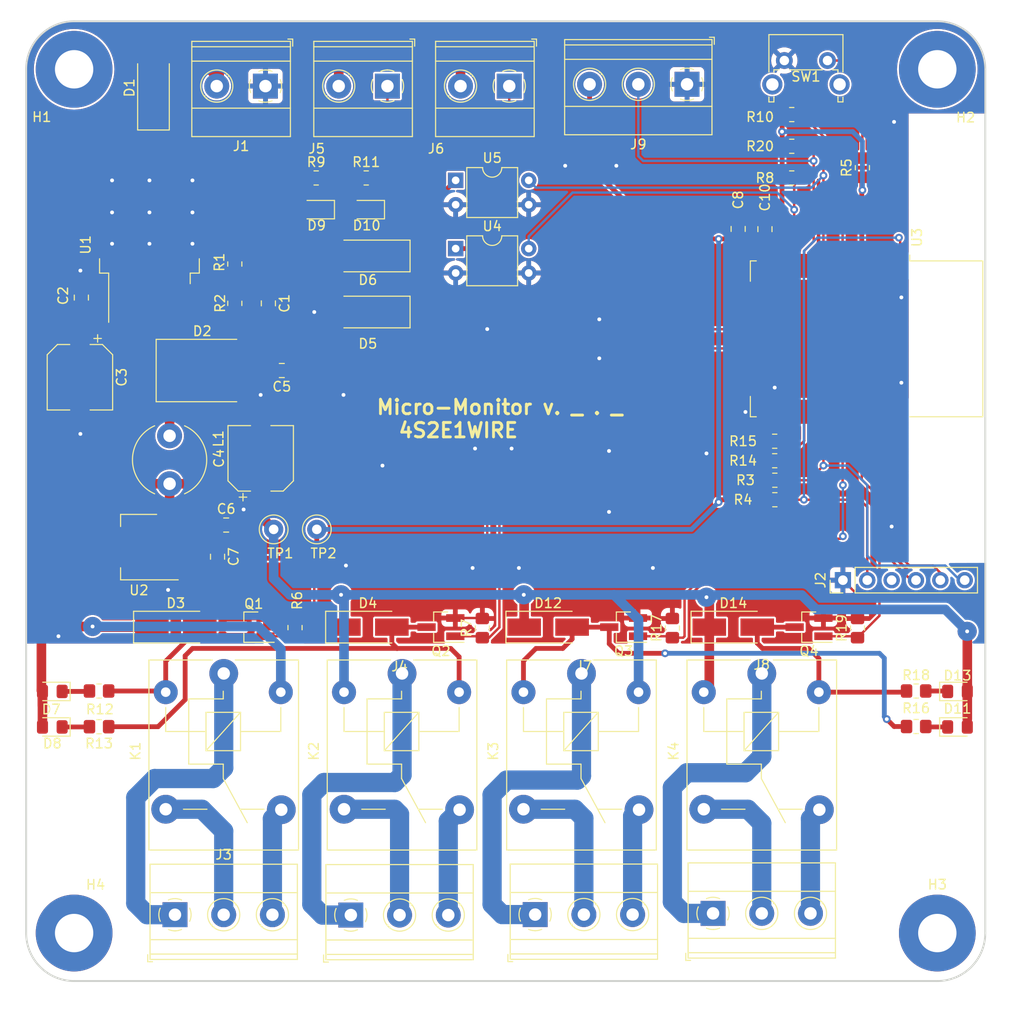
<source format=kicad_pcb>
(kicad_pcb (version 20221018) (generator pcbnew)
  (layers (0 "F.Cu" signal) (31 "B.Cu" signal) (34 "B.Paste" user) (35 "F.Paste" user) (36 "B.SilkS" user "B.Silkscreen") (37 "F.SilkS" user "F.Silkscreen") (38 "B.Mask" user) (39 "F.Mask" user) (44 "Edge.Cuts" user))
  (net 0 "")
  (net 1 "Net-(U1-FB)")
  (net 2 "+5V")
  (net 3 "+VSW")
  (net 4 "GND")
  (net 5 "+3V3")
  (net 6 "/fuente/VIN")
  (net 7 "Net-(D2-K)")
  (net 8 "Net-(D3-A)")
  (net 9 "Net-(D4-A)")
  (net 10 "Net-(D5-K)")
  (net 11 "Net-(D10-A)")
  (net 12 "Net-(D7-K)")
  (net 13 "Net-(D8-K)")
  (net 14 "Net-(D9-K)")
  (net 15 "Net-(D10-K)")
  (net 16 "Net-(D11-K)")
  (net 17 "Net-(D12-A)")
  (net 18 "Net-(D13-K)")
  (net 19 "Net-(D14-A)")
  (net 24 "Net-(J2-Pin_6)")
  (net 25 "Net-(J2-Pin_5)")
  (net 26 "Net-(J2-Pin_4)")
  (net 28 "Net-(J2-Pin_2)")
  (net 29 "Net-(J3-Pin_1)")
  (net 30 "Net-(J3-Pin_2)")
  (net 31 "Net-(J3-Pin_3)")
  (net 32 "Net-(J4-Pin_1)")
  (net 33 "Net-(J4-Pin_2)")
  (net 34 "Net-(J4-Pin_3)")
  (net 35 "Net-(J5-Pin_1)")
  (net 36 "Net-(J6-Pin_1)")
  (net 37 "Net-(J7-Pin_1)")
  (net 38 "Net-(J7-Pin_2)")
  (net 39 "Net-(J7-Pin_3)")
  (net 40 "Net-(J8-Pin_1)")
  (net 41 "Net-(J8-Pin_2)")
  (net 42 "Net-(J8-Pin_3)")
  (net 43 "/core/GPIO9")
  (net 44 "/core/GPIO5")
  (net 45 "/core/GPIO4")
  (net 46 "Net-(U3-GPIO16)")
  (net 47 "Net-(U3-GPIO2)")
  (net 48 "Net-(U3-GPIO15)")
  (net 49 "/core/GPIO14")
  (net 50 "/core/GPIO13")
  (net 53 "/core/GPIO12")
  (net 56 "/core/GPIO10")
  (footprint "Diode_SMD:D_SMA_Handsoldering" (layer "F.Cu") (at 74.422 83.125)
    (fp_text reference "D12")
    (fp_text value "SM4007")
  )
  (footprint "Relay_THT:Relay_SPDT_SANYOU_SRD_Series_Form_C" (layer "F.Cu") (at 96.7 87.95 -90)
    (fp_text reference "K4")
    (fp_text value "SANYOU_SRD_Form_C")
  )
  (footprint "Package_TO_SOT_SMD:SOT-23_Handsoldering" (layer "F.Cu") (at 101.624 83.125 180)
    (fp_text reference "Q4")
    (fp_text value "2N7002K")
  )
  (footprint "Resistor_SMD:R_0805_2012Metric_Pad1.20x1.40mm_HandSolder" (layer "F.Cu") (at 99.822 36.322)
    (fp_text reference "R8")
    (fp_text value "10K")
  )
  (footprint "Capacitor_SMD:C_0805_2012Metric_Pad1.18x1.45mm_HandSolder" (layer "F.Cu") (at 45.254 49.388 -90)
    (fp_text reference "C1")
    (fp_text value "4,7nF")
  )
  (footprint "Resistor_SMD:R_0805_2012Metric_Pad1.20x1.40mm_HandSolder" (layer "F.Cu") (at 27.6 93.5 180)
    (fp_text reference "R13")
    (fp_text value "1K")
  )
  (footprint "Capacitor_SMD:C_0805_2012Metric_Pad1.18x1.45mm_HandSolder" (layer "F.Cu") (at 39.954 75.788 -90)
    (fp_text reference "C7")
    (fp_text value "4,7uF")
  )
  (footprint "Resistor_SMD:R_0805_2012Metric_Pad1.20x1.40mm_HandSolder" (layer "F.Cu") (at 98.044 63.754 180)
    (fp_text reference "R15")
    (fp_text value "10K")
  )
  (footprint "Resistor_SMD:R_0805_2012Metric_Pad1.20x1.40mm_HandSolder" (layer "F.Cu") (at 98.06 69.85 180)
    (fp_text reference "R4")
    (fp_text value "10K")
  )
  (footprint "Resistor_SMD:R_0805_2012Metric_Pad1.20x1.40mm_HandSolder" (layer "F.Cu") (at 112.792 89.78)
    (fp_text reference "R18")
    (fp_text value "1K")
  )
  (footprint "Relay_THT:Relay_SPDT_SANYOU_SRD_Series_Form_C" (layer "F.Cu") (at 59.191 87.95 -90)
    (fp_text reference "K2")
    (fp_text value "SANYOU_SRD_Form_C")
  )
  (footprint "Capacitor_SMD:C_0805_2012Metric_Pad1.18x1.45mm_HandSolder" (layer "F.Cu") (at 25.754 48.788 90)
    (fp_text reference "C2")
    (fp_text value "100nF 50V")
  )
  (footprint "Relay_THT:Relay_SPDT_SANYOU_SRD_Series_Form_C" (layer "F.Cu") (at 40.6 87.95 -90)
    (fp_text reference "K1")
    (fp_text value "SANYOU_SRD_Form_C")
  )
  (footprint "Diode_SMD:D_SMC" (layer "F.Cu") (at 38.354 56.388)
    (fp_text reference "D2")
    (fp_text value "B340")
  )
  (footprint "Resistor_SMD:R_0805_2012Metric_Pad1.20x1.40mm_HandSolder" (layer "F.Cu") (at 107.188 35.2545 90)
    (fp_text reference "R5")
    (fp_text value "10K")
  )
  (footprint "Resistor_SMD:R_0805_2012Metric_Pad1.20x1.40mm_HandSolder" (layer "F.Cu") (at 48.033 83.175 90)
    (fp_text reference "R6")
    (fp_text value "10K")
  )
  (footprint "Relay_THT:Relay_SPDT_SANYOU_SRD_Series_Form_C" (layer "F.Cu") (at 77.9 87.95 -90)
    (fp_text reference "K3")
    (fp_text value "SANYOU_SRD_Form_C")
  )
  (footprint "Package_TO_SOT_SMD:SOT-23_Handsoldering" (layer "F.Cu") (at 63.246 83.125 180)
    (fp_text reference "Q2")
    (fp_text value "2N7002K")
  )
  (footprint "TerminalBlock_Phoenix:TerminalBlock_Phoenix_MKDS-1,5-3-5.08_1x03_P5.08mm_Horizontal" (layer "F.Cu") (at 53.852 113.125)
    (fp_text reference "J4")
    (fp_text value "BORNERA-3")
  )
  (footprint "MountingHole:MountingHole_4mm_Pad" (layer "F.Cu") (at 115 115)
    (fp_text reference "H3")
    (fp_text value "4mm")
  )
  (footprint "Capacitor_SMD:C_0805_2012Metric_Pad1.18x1.45mm_HandSolder" (layer "F.Cu") (at 94.234 41.6345 90)
    (fp_text reference "C8")
    (fp_text value "100nF 50V")
  )
  (footprint "Resistor_SMD:R_0805_2012Metric_Pad1.20x1.40mm_HandSolder" (layer "F.Cu") (at 99.822 29.718)
    (fp_text reference "R10")
    (fp_text value "10K")
  )
  (footprint "LED_SMD:LED_0805_2012Metric_Pad1.15x1.40mm_HandSolder" (layer "F.Cu") (at 50.283 39.624 180)
    (fp_text reference "D9")
    (fp_text value "LED")
  )
  (footprint "Capacitor_SMD:CP_Elec_6.3x7.7" (layer "F.Cu") (at 44.454 65.538 90)
    (fp_text reference "C4")
    (fp_text value "220uF 16V")
  )
  (footprint "Resistor_SMD:R_0805_2012Metric_Pad1.20x1.40mm_HandSolder" (layer "F.Cu") (at 41.754 45.288 -90)
    (fp_text reference "R1")
    (fp_text value "1K")
  )
  (footprint "Resistor_SMD:R_0805_2012Metric_Pad1.20x1.40mm_HandSolder" (layer "F.Cu") (at 98.044 65.786)
    (fp_text reference "R14")
    (fp_text value "10K")
  )
  (footprint "Diode_SMD:D_SMA_Handsoldering" (layer "F.Cu") (at 35.6 83.125)
    (fp_text reference "D3")
    (fp_text value "SM4007")
  )
  (footprint "Diode_SMD:D_SMA_Handsoldering" (layer "F.Cu") (at 33.274 26.924 90)
    (fp_text reference "D1")
    (fp_text value "SM4007")
  )
  (footprint "TerminalBlock_Phoenix:TerminalBlock_Phoenix_MKDS-1,5-2-5.08_1x02_P5.08mm_Horizontal" (layer "F.Cu") (at 57.668 26.75 180)
    (fp_text reference "J5")
    (fp_text value "BORNERA-2")
  )
  (footprint "Resistor_SMD:R_0805_2012Metric_Pad1.20x1.40mm_HandSolder" (layer "F.Cu") (at 27.6 89.78 180)
    (fp_text reference "R12")
    (fp_text value "1K")
  )
  (footprint "MountingHole:MountingHole_4mm_Pad" (layer "F.Cu") (at 115 25)
    (fp_text reference "H2")
    (fp_text value "4mm")
  )
  (footprint "Package_TO_SOT_SMD:SOT-23_Handsoldering" (layer "F.Cu") (at 82.296 83.125 180)
    (fp_text reference "Q3")
    (fp_text value "2N7002K")
  )
  (footprint "TerminalBlock_Phoenix:TerminalBlock_Phoenix_MKDS-1,5-3-5.08_1x03_P5.08mm_Horizontal" (layer "F.Cu") (at 88.905 26.563 180)
    (fp_text reference "J9")
    (fp_text value "Screw_Terminal_01x03")
  )
  (footprint "LED_SMD:LED_0805_2012Metric_Pad1.15x1.40mm_HandSolder" (layer "F.Cu") (at 55.501 39.624 180)
    (fp_text reference "D10")
    (fp_text value "LED")
  )
  (footprint "Diode_SMD:D_SMA_Handsoldering" (layer "F.Cu") (at 55.626 83.125)
    (fp_text reference "D4")
    (fp_text value "SM4007")
  )
  (footprint "Resistor_SMD:R_0805_2012Metric_Pad1.20x1.40mm_HandSolder" (layer "F.Cu") (at 41.754 49.388 -90)
    (fp_text reference "R2")
    (fp_text value "3,1K")
  )
  (footprint "Capacitor_SMD:CP_Elec_6.3x7.7" (layer "F.Cu") (at 25.604 57.088 -90)
    (fp_text reference "C3")
    (fp_text value "100uF 35V")
  )
  (footprint "MountingHole:MountingHole_4mm_Pad" (layer "F.Cu") (at 25 25)
    (fp_text reference "H1")
    (fp_text value "4mm")
  )
  (footprint "Package_DIP:DIP-4_W7.62mm" (layer "F.Cu") (at 64.78 43.683)
    (fp_text reference "U4")
    (fp_text value "TLP621")
  )
  (footprint "TerminalBlock_Phoenix:TerminalBlock_Phoenix_MKDS-1,5-3-5.08_1x03_P5.08mm_Horizontal" (layer "F.Cu") (at 73.069 113.075)
    (fp_text reference "J7")
    (fp_text value "BORNERA-3")
  )
  (footprint "Capacitor_SMD:C_0805_2012Metric_Pad1.18x1.45mm_HandSolder" (layer "F.Cu") (at 40.854 72.488)
    (fp_text reference "C6")
    (fp_text value "4,7uF")
  )
  (footprint "TestPoint:TestPoint_Loop_D2.50mm_Drill1.0mm" (layer "F.Cu") (at 45.804 72.938)
    (fp_text reference "TP1")
    (fp_text value "TP5V")
  )
  (footprint "Resistor_SMD:R_0805_2012Metric_Pad1.20x1.40mm_HandSolder" (layer "F.Cu") (at 67.564 83.225 90)
    (fp_text reference "R7")
    (fp_text value "10K")
  )
  (footprint "Diode_SMD:D_SMA_Handsoldering" (layer "F.Cu") (at 93.726 83.125)
    (fp_text reference "D14")
    (fp_text value "SM4007")
  )
  (footprint "Package_TO_SOT_SMD:SOT-223-3_TabPin2" (layer "F.Cu") (at 31.754 74.788 180)
    (fp_text reference "U2")
    (fp_text value "LM1117-3.3")
  )
  (footprint "RF_Module:ESP-12E" (layer "F.Cu") (at 107.625 53.086 -90)
    (fp_text reference "U3")
    (fp_text value "ESP-12F")
  )
  (footprint "Resistor_SMD:R_0805_2012Metric_Pad1.20x1.40mm_HandSolder" (layer "F.Cu") (at 50.238 36.322)
    (fp_text reference "R9")
    (fp_text value "10K")
  )
  (footprint "Connector_PinHeader_2.54mm:PinHeader_1x06_P2.54mm_Vertical" (layer "F.Cu") (at 105.156 78.232 90)
    (fp_text reference "J2")
    (fp_text value "PINM-6")
  )
  (footprint "Package_TO_SOT_SMD:SOT-23_Handsoldering" (layer "F.Cu") (at 43.458 83.125 180)
    (fp_text reference "Q1")
    (fp_text value "2N7002K")
  )
  (footprint "Resistor_SMD:R_0805_2012Metric_Pad1.20x1.40mm_HandSolder" (layer "F.Cu") (at 112.792 93.48)
    (fp_text reference "R16")
    (fp_text value "1K")
  )
  (footprint "Resistor_SMD:R_0805_2012Metric_Pad1.20x1.40mm_HandSolder" (layer "F.Cu") (at 106.68 83.225 90)
    (fp_text reference "R19")
    (fp_text value "10K")
  )
  (footprint "TestPoint:TestPoint_Loop_D2.50mm_Drill1.0mm" (layer "F.Cu") (at 50.304 72.938)
    (fp_text reference "TP2")
    (fp_text value "TP3V3")
  )
  (footprint "Resistor_SMD:R_0805_2012Metric_Pad1.20x1.40mm_HandSolder" (layer "F.Cu") (at 55.456 36.322)
    (fp_text reference "R11")
    (fp_text value "10K")
  )
  (footprint "LED_SMD:LED_0805_2012Metric_Pad1.15x1.40mm_HandSolder" (layer "F.Cu") (at 22.725 89.825 180)
    (fp_text reference "D7")
    (fp_text value "LED")
  )
  (footprint "LED_SMD:LED_0805_2012Metric_Pad1.15x1.40mm_HandSolder" (layer "F.Cu") (at 22.725 93.525 180)
    (fp_text reference "D8")
    (fp_text value "LED")
  )
  (footprint "Diode_SMD:D_SMA_Handsoldering" (layer "F.Cu") (at 55.626 50.292 180)
    (fp_text reference "D5")
    (fp_text value "SM4007")
  )
  (footprint "Package_TO_SOT_SMD:TO-263-5_TabPin3" (layer "F.Cu") (at 32.854 43.288 90)
    (fp_text reference "U1")
    (fp_text value "LM2596S-ADJ")
  )
  (footprint "TerminalBlock_Phoenix:TerminalBlock_Phoenix_MKDS-1,5-2-5.08_1x02_P5.08mm_Horizontal" (layer "F.Cu") (at 44.95 26.75 180)
    (fp_text reference "J1")
    (fp_text value "BORNERA-2")
  )
  (footprint "MountingHole:MountingHole_4mm_Pad" (layer "F.Cu") (at 25 115)
    (fp_text reference "H4")
    (fp_text value "4mm")
  )
  (footprint "TerminalBlock_Phoenix:TerminalBlock_Phoenix_MKDS-1,5-3-5.08_1x03_P5.08mm_Horizontal" (layer "F.Cu") (at 35.515 113.091)
    (fp_text reference "J3")
    (fp_text value "BORNERA-3")
  )
  (footprint "Package_DIP:DIP-4_W7.62mm" (layer "F.Cu") (at 64.78 36.571)
    (fp_text reference "U5")
    (fp_text value "TLP621")
  )
  (footprint "Resistor_SMD:R_0805_2012Metric_Pad1.20x1.40mm_HandSolder" (layer "F.Cu") (at 87.376 83.225 90)
    (fp_text reference "R17")
    (fp_text value "10K")
  )
  (footprint "TerminalBlock_Phoenix:TerminalBlock_Phoenix_MKDS-1,5-2-5.08_1x02_P5.08mm_Horizontal" (layer "F.Cu") (at 70.368 26.75 180)
    (fp_text reference "J6")
    (fp_text value "BORNERA-2")
  )
  (footprint "Resistor_SMD:R_0805_2012Metric_Pad1.20x1.40mm_HandSolder" (layer "F.Cu") (at 98.06 67.818 180)
    (fp_text reference "R3")
    (fp_text value "10K")
  )
  (footprint "Diode_SMD:D_SMA_Handsoldering" (layer "F.Cu") (at 55.626 44.45 180)
    (fp_text reference "D6")
    (fp_text value "SM4007")
  )
  (footprint "Capacitor_SMD:C_0805_2012Metric_Pad1.18x1.45mm_HandSolder" (layer "F.Cu") (at 97.028 41.656 90)
    (fp_text reference "C10")
    (fp_text value "4,7uF")
  )
  (footprint "Resistor_SMD:R_0805_2012Metric_Pad1.20x1.40mm_HandSolder" (layer "F.Cu") (at 99.822 33.02)
    (fp_text reference "R20")
    (fp_text value "10K")
  )
  (footprint "TerminalBlock_Phoenix:TerminalBlock_Phoenix_MKDS-1,5-3-5.08_1x03_P5.08mm_Horizontal" (layer "F.Cu") (at 91.615 112.95)
    (fp_text reference "J8")
    (fp_text value "BORNERA-3")
  )
  (footprint "LED_SMD:LED_0805_2012Metric_Pad1.15x1.40mm_HandSolder" (layer "F.Cu") (at 117.103 93.525)
    (fp_text reference "D11")
    (fp_text value "LED")
  )
  (footprint "LED_SMD:LED_0805_2012Metric_Pad1.15x1.40mm_HandSolder" (layer "F.Cu") (at 117.103 89.825)
    (fp_text reference "D13")
    (fp_text value "LED")
  )
  (footprint "Capacitor_SMD:C_0805_2012Metric_Pad1.18x1.45mm_HandSolder" (layer "F.Cu") (at 46.654 56.388 180)
    (fp_text reference "C5")
    (fp_text value "100nF 50V")
  )
  (footprint "Inductor_THT:L_Radial_D7.5mm_P5.00mm_Fastron_07P" (layer "F.Cu") (at 34.954 63.188 -90)
    (fp_text reference "L1")
    (fp_text value "47uH")
  )
  (footprint "Button_Switch_THT:SW_Tactile_SPST_Angled_PTS645Vx39-2LFS" (layer "F.Cu") (at 99.05 24.0875)
    (fp_text reference "SW1")
    (fp_text value "TACT-SWITCH 7 mm")
  )
  (gr_line (start 20 25) (end 20 115) (stroke (width 0.2)) (layer "Edge.Cuts"))
  (gr_line (start 25 120) (end 115 120) (stroke (width 0.2)) (layer "Edge.Cuts"))
  (gr_arc (start 25 120) (mid 21.464467 118.535534) (end 20 115) (stroke (width 0.2)) (layer "Edge.Cuts"))
  (gr_line (start 25 20) (end 115 20) (stroke (width 0.2)) (layer "Edge.Cuts"))
  (gr_arc (start 20 25) (mid 21.464466 21.464467) (end 25 20) (stroke (width 0.2)) (layer "Edge.Cuts"))
  (gr_arc (start 120 115) (mid 118.535534 118.535533) (end 115 120) (stroke (width 0.2)) (layer "Edge.Cuts"))
  (gr_line (start 120 25) (end 120 115) (stroke (width 0.2)) (layer "Edge.Cuts"))
  (gr_arc (start 115 20) (mid 118.535533 21.464466) (end 120 25) (stroke (width 0.2)) (layer "Edge.Cuts"))
  (gr_text "Micro-Monitor v. _ . _\n  4S2E1WIRE" (at 56.388 63.5) (layer "F.SilkS") (effects (font (size 1.5 1.5) (thickness 0.3) bold) (justify left bottom)))
  (segment (start 41.7915 48.3505) (end 41.754 48.388) (width 1) (layer "F.Cu") (net 1))
  (segment (start 34.554 49.063) (end 34.554 46.088) (width 0.5) (layer "F.Cu") (net 1))
  (segment (start 45.254 48.3505) (end 41.7915 48.3505) (width 1) (layer "F.Cu") (net 1))
  (segment (start 34.554 46.088) (end 34.668 45.974) (width 0.5) (layer "F.Cu") (net 1))
  (segment (start 45.2165 48.388) (end 45.254 48.3505) (width 0.25) (layer "F.Cu") (net 1))
  (segment (start 41.44 45.974) (end 41.754 46.288) (width 0.5) (layer "F.Cu") (net 1))
  (segment (start 34.668 45.974) (end 41.44 45.974) (width 0.5) (layer "F.Cu") (net 1))
  (segment (start 41.754 46.288) (end 41.754 48.388) (width 1) (layer "F.Cu") (net 1))
  (segment (start 34.954 68.188) (end 23.252 68.188) (width 1) (layer "F.Cu") (net 2))
  (segment (start 46.6155 50.4255) (end 45.254 50.4255) (width 1) (layer "F.Cu") (net 2))
  (segment (start 34.904 72.488) (end 39.8165 72.488) (width 1) (layer "F.Cu") (net 2))
  (segment (start 47.6915 66.8625) (end 47.6915 56.388) (width 1) (layer "F.Cu") (net 2))
  (segment (start 34.954 68.188) (end 44.404 68.188) (width 1) (layer "F.Cu") (net 2))
  (segment (start 91.226 80.113) (end 91.123 80.01) (width 1) (layer "F.Cu") (net 2))
  (segment (start 91.226 83.125) (end 91.226 89.324) (width 1) (layer "F.Cu") (net 2))
  (segment (start 44.404 68.188) (end 44.454 68.238) (width 1) (layer "F.Cu") (net 2))
  (segment (start 53.141 83.14) (end 53.126 83.125) (width 1) (layer "F.Cu") (net 2))
  (segment (start 41.7915 50.4255) (end 41.754 50.388) (width 1) (layer "F.Cu") (net 2))
  (segment (start 21.59 89.715) (end 21.7 89.825) (width 1) (layer "F.Cu") (net 2))
  (segment (start 44.454 71.588) (end 44.454 68.238) (width 1) (layer "F.Cu") (net 2))
  (segment (start 26.991 83.125) (end 26.924 83.058) (width 1) (layer "F.Cu") (net 2))
  (segment (start 71.922 83.125) (end 71.922 79.796) (width 1) (layer "F.Cu") (net 2))
  (segment (start 45.804 72.938) (end 44.454 71.588) (width 1) (layer "F.Cu") (net 2))
  (segment (start 33.1 83.125) (end 26.991 83.125) (width 1) (layer "F.Cu") (net 2))
  (segment (start 24.892 83.058) (end 26.924 83.058) (width 1) (layer "F.Cu") (net 2))
  (segment (start 53.126 80.05) (end 52.832 79.756) (width 1) (layer "F.Cu") (net 2))
  (segment (start 53.126 83.125) (end 53.126 80.05) (width 1) (layer "F.Cu") (net 2))
  (segment (start 34.954 68.188) (end 34.954 72.438) (width 1) (layer "F.Cu") (net 2))
  (segment (start 118.128 89.154) (end 118.128 92.71) (width 1) (layer "F.Cu") (net 2))
  (segment (start 118.11 83.82) (end 118.11 83.566) (width 0.25) (layer "F.Cu") (net 2))
  (segment (start 34.954 72.438) (end 34.904 72.488) (width 1) (layer "F.Cu") (net 2))
  (segment (start 21.59 79.756) (end 24.892 83.058) (width 1) (layer "F.Cu") (net 2))
  (segment (start 21.7 89.825) (end 21.7 93.525) (width 1) (layer "F.Cu") (net 2))
  (segment (start 90.932 80.01) (end 90.932 79.819) (width 1) (layer "F.Cu") (net 2))
  (segment (start 47.6915 51.5015) (end 46.6155 50.4255) (width 1) (layer "F.Cu") (net 2))
  (segment (start 90.932 79.819) (end 90.932 79.819) (width 1) (layer "F.Cu") (net 2))
  (segment (start 21.7 89.825) (end 21.7 91.275) (width 1) (layer "F.Cu") (net 2))
  (segment (start 91.226 89.324) (end 90.65 89.9) (width 1) (layer "F.Cu") (net 2))
  (segment (start 91.123 80.01) (end 90.932 80.01) (width 1) (layer "F.Cu") (net 2))
  (segment (start 91.226 83.125) (end 91.226 80.113) (width 1) (layer "F.Cu") (net 2))
  (segment (start 47.6915 56.388) (end 47.6915 51.5015) (width 1) (layer "F.Cu") (net 2))
  (segment (start 45.254 50.4255) (end 41.7915 50.4255) (width 1) (layer "F.Cu") (net 2))
  (segment (start 118.128 89.154) (end 118.128 83.838) (width 1) (layer "F.Cu") (net 2))
  (segment (start 44.454 68.238) (end 46.316 68.238) (width 1) (layer "F.Cu") (net 2))
  (segment (start 118.128 83.838) (end 118.11 83.82) (width 0.25) (layer "F.Cu") (net 2))
  (segment (start 21.59 69.85) (end 21.59 89.715) (width 1) (layer "F.Cu") (net 2))
  (segment (start 46.316 68.238) (end 47.6915 66.8625) (width 1) (layer "F.Cu") (net 2))
  (segment (start 71.882 79.756) (end 71.922 79.796) (width 1) (layer "F.Cu") (net 2))
  (segment (start 23.252 68.188) (end 21.59 69.85) (width 1) (layer "F.Cu") (net 2))
  (via (at 118.11 83.566) (size 2) (drill 0.4) (layers "F.Cu" "B.Cu") (net 2))
  (via (at 90.932 80.01) (size 2) (drill 0.4) (layers "F.Cu" "B.Cu") (net 2))
  (via (at 52.832 79.756) (size 2) (drill 0.4) (layers "F.Cu" "B.Cu") (net 2))
  (via (at 26.924 83.058) (size 2) (drill 0.4) (layers "F.Cu" "B.Cu") (net 2))
  (via (at 71.882 79.756) (size 2) (drill 0.4) (layers "F.Cu" "B.Cu") (net 2))
  (segment (start 83.85 89.9) (end 83.85 82.326) (width 1) (layer "B.Cu") (net 2))
  (segment (start 52.832 79.756) (end 53.141 80.065) (width 1) (layer "B.Cu") (net 2))
  (segment (start 45.804 78.062) (end 47.498 79.756) (width 1) (layer "B.Cu") (net 2))
  (segment (start 47.498 79.756) (end 71.882 79.756) (width 1) (layer "B.Cu") (net 2))
  (segment (start 91.16 79.782) (end 100.864 79.782) (width 1) (layer "B.Cu") (net 2))
  (segment (start 46.55 89.9) (end 46.55 85.412) (width 1) (layer "B.Cu") (net 2))
  (segment (start 100.864 79.782) (end 102.362 81.28) (width 1) (layer "B.Cu") (net 2))
  (segment (start 53.141 80.065) (end 53.141 89.9) (width 1) (layer "B.Cu") (net 2))
  (segment (start 45.804 72.938) (end 45.804 78.062) (width 1) (layer "B.Cu") (net 2))
  (segment (start 82.042 80.518) (end 81.28 79.756) (width 1) (layer "B.Cu") (net 2))
  (segment (start 81.28 79.756) (end 75.184 79.756) (width 1) (layer "B.Cu") (net 2))
  (segment (start 102.362 81.28) (end 115.824 81.28) (width 1) (layer "B.Cu") (net 2))
  (segment (start 81.28 79.756) (end 90.932 79.756) (width 1) (layer "B.Cu") (net 2))
  (segment (start 44.196 83.058) (end 26.924 83.058) (width 1) (layer "B.Cu") (net 2))
  (segment (start 115.824 81.28) (end 118.11 83.566) (width 1) (layer "B.Cu") (net 2))
  (segment (start 83.85 82.326) (end 82.042 80.518) (width 1) (layer "B.Cu") (net 2))
  (segment (start 90.932 80.01) (end 91.16 79.782) (width 1) (layer "B.Cu") (net 2))
  (segment (start 75.184 79.756) (end 72.136 79.756) (width 1) (layer "B.Cu") (net 2))
  (segment (start 46.55 85.412) (end 44.196 83.058) (width 1) (layer "B.Cu") (net 2))
  (segment (start 22.352 48.514) (end 23.6635 49.8255) (width 1) (layer "F.Cu") (net 3))
  (segment (start 33.274 31.75) (end 32.512 32.512) (width 1) (layer "F.Cu") (net 3))
  (segment (start 30.734 26.884) (end 30.734 22.914) (width 1) (layer "F.Cu") (net 3))
  (segment (start 32.512 32.512) (end 24.638 32.512) (width 1) (layer "F.Cu") (net 3))
  (segment (start 22.352 34.798) (end 22.352 48.514) (width 1) (layer "F.Cu") (net 3))
  (segment (start 24.638 32.512) (end 22.352 34.798) (width 1) (layer "F.Cu") (net 3))
  (segment (start 52.578 21.59) (end 50.038 21.59) (width 1) (layer "F.Cu") (net 3))
  (segment (start 25.604 49.9755) (end 25.754 49.8255) (width 1) (layer "F.Cu") (net 3))
  (segment (start 50.038 21.59) (end 52.588 24.14) (width 1) (layer "F.Cu") (net 3))
  (segment (start 25.673676 49.8255) (end 25.611176 49.888) (width 1) (layer "F.Cu") (net 3))
  (segment (start 63.754 21.59) (end 65.288 23.124) (width 1) (layer "F.Cu") (net 3))
  (segment (start 33.274 29.424) (end 33.274 31.75) (width 1) (layer "F.Cu") (net 3))
  (segment (start 65.288 23.124) (end 65.288 26.75) (width 1) (layer "F.Cu") (net 3))
  (segment (start 25.754 49.8255) (end 28.6915 49.8255) (width 1) (layer "F.Cu") (net 3))
  (segment (start 25.604 54.388) (end 25.604 49.9755) (width 1) (layer "F.Cu") (net 3))
  (segment (start 52.578 21.59) (end 63.754 21.59) (width 1) (layer "F.Cu") (net 3))
  (segment (start 23.6635 49.8255) (end 25.754 49.8255) (width 1) (layer "F.Cu") (net 3))
  (segment (start 33.274 29.424) (end 30.734 26.884) (width 1) (layer "F.Cu") (net 3))
  (segment (start 25.754 49.8255) (end 25.673676 49.8255) (width 1) (layer "F.Cu") (net 3))
  (segment (start 30.734 22.914) (end 32.058 21.59) (width 1) (layer "F.Cu") (net 3))
  (segment (start 52.588 24.14) (end 52.588 26.75) (width 1) (layer "F.Cu") (net 3))
  (segment (start 32.058 21.59) (end 52.578 21.59) (width 1) (layer "F.Cu") (net 3))
  (segment (start 28.6915 49.8255) (end 29.454 49.063) (width 1) (layer "F.Cu") (net 3))
  (segment (start 72.4 47.742) (end 72.4 46.223) (width 0.25) (layer "F.Cu") (net 4))
  (segment (start 32.854 43.346) (end 33.02 43.18) (width 0.25) (layer "F.Cu") (net 4))
  (segment (start 52.578 71.628) (end 51.816 70.866) (width 0.25) (layer "F.Cu") (net 4))
  (segment (start 88.9 26.568) (end 88.9 39.624) (width 0.25) (layer "F.Cu") (net 4))
  (segment (start 88.9 23.876) (end 76.454 23.876) (width 0.25) (layer "F.Cu") (net 4))
  (segment (start 44.958 82.175) (end 48.033 82.175) (width 0.25) (layer "F.Cu") (net 4))
  (segment (start 107.95 22.352) (end 109.125 23.527) (width 0.25) (layer "F.Cu") (net 4))
  (segment (start 36.254 53.526) (end 39.116 56.388) (width 0.25) (layer "F.Cu") (net 4))
  (segment (start 52.578 75.946) (end 52.578 71.628) (width 0.25) (layer "F.Cu") (net 4))
  (segment (start 51.816 70.866) (end 48.768 70.866) (width 0.25) (layer "F.Cu") (net 4))
  (segment (start 97.0065 40.597) (end 97.028 40.6185) (width 0.25) (layer "F.Cu") (net 4))
  (segment (start 70.866 41.91) (end 70.866 46.223) (width 0.25) (layer "F.Cu") (net 4))
  (segment (start 62.738 45.974) (end 62.987 46.223) (width 0.25) (layer "F.Cu") (net 4))
  (segment (start 92.202 63.754) (end 90.932 65.024) (width 0.25) (layer "F.Cu") (net 4))
  (segment (start 32.854 49.063) (end 32.854 52.158) (width 0.25) (layer "F.Cu") (net 4))
  (segment (start 46.228 76.8255) (end 53.4575 76.8255) (width 0.25) (layer "F.Cu") (net 4))
  (segment (start 53.126 50.292) (end 53.126 52.07) (width 0.25) (layer "F.Cu") (net 4))
  (segment (start 25.754 47.7505) (end 25.754 46.074) (width 0.25) (layer "F.Cu") (net 4))
  (segment (start 62.987 46.223) (end 64.78 46.223) (width 0.25) (layer "F.Cu") (net 4))
  (segment (start 64.78 46.223) (end 53.589 46.223) (width 0.25) (layer "F.Cu") (net 4))
  (segment (start 44.034 44.288) (end 41.754 44.288) (width 0.25) (layer "F.Cu") (net 4))
  (segment (start 88.9 39.624) (end 89.873 40.597) (width 0.25) (layer "F.Cu") (net 4))
  (segment (start 53.126 45.76) (end 53.126 44.45) (width 0.25) (layer "F.Cu") (net 4))
  (segment (start 43.367 75.371) (end 41.8915 73.8955) (width 0.25) (layer "F.Cu") (net 4))
  (segment (start 83.796 82.175) (end 87.326 82.175) (width 0.25) (layer "F.Cu") (net 4))
  (segment (start 37.229 44.288) (end 32.854 39.913) (width 0.25) (layer "F.Cu") (net 4))
  (segment (start 53.126 52.07) (end 68.072 52.07) (width 0.25) (layer "F.Cu") (net 4))
  (segment (start 66.548 76.962) (end 67.564 77.978) (width 0.25) (layer "F.Cu") (net 4))
  (segment (start 106.68 82.225) (end 106.68 79.756) (width 0.25) (layer "F.Cu") (net 4))
  (segment (start 42.672 70.866) (end 42.418 70.866) (width 0.25) (layer "F.Cu") (net 4))
  (segment (start 39.6915 77.088) (end 39.954 76.8255) (width 0.25) (layer "F.Cu") (net 4))
  (segment (start 29.587 43.18) (end 32.854 39.913) (width 0.25) (layer "F.Cu") (net 4))
  (segment (start 44.454 65.274) (end 44.454 62.838) (width 0.25) (layer "F.Cu") (net 4))
  (segment (start 41.754 44.288) (end 41.754 32.16) (width 0.25) (layer "F.Cu") (net 4))
  (segment (start 76.454 23.876) (end 73.914 26.416) (width 0.25) (layer "F.Cu") (net 4))
  (segment (start 41.754 56.388) (end 45.6165 56.388) (width 0.25) (layer "F.Cu") (net 4))
  (segment (start 88.905 26.563) (end 88.9 26.568) (width 0.25) (layer "F.Cu") (net 4))
  (segment (start 72.4 39.111) (end 72.4 40.376) (width 0.25) (layer "F.Cu") (net 4))
  (segment (start 41.8915 73.8955) (end 41.8915 72.488) (width 0.25) (layer "F.Cu") (net 4))
  (segment (start 97.044 63.754) (end 92.202 63.754) (width 0.25) (layer "F.Cu") (net 4))
  (segment (start 25.754 43.842) (end 26.416 43.18) (width 0.25) (layer "F.Cu") (net 4))
  (segment (start 109.125 23.527) (end 109.125 45.486) (width 0.25) (layer "F.Cu") (net 4))
  (segment (start 72.4 40.376) (end 70.866 41.91) (width 0.25) (layer "F.Cu") (net 4))
  (segment (start 64.746 82.175) (end 67.514 82.175) (width 0.25) (layer "F.Cu") (net 4))
  (segment (start 44.95 28.964) (end 44.95 26.75) (width 0.25) (layer "F.Cu") (net 4))
  (segment (start 64.78 39.111) (end 63.251 39.111) (width 0.25) (layer "F.Cu") (net 4))
  (segment (start 62.738 39.624) (end 62.738 45.974) (width 0.25) (layer "F.Cu") (net 4))
  (segment (start 73.914 26.416) (end 73.914 39.111) (width 0.25) (layer "F.Cu") (net 4))
  (segment (start 90.932 70.612) (end 85.344 76.2) (width 0.25) (layer "F.Cu") (net 4))
  (segment (start 33.02 52.324) (end 36.254 52.324) (width 0.25) (layer "F.Cu") (net 4))
  (segment (start 25.604 59.788) (end 25.604 62.942) (width 0.25) (layer "F.Cu") (net 4))
  (segment (start 106.63 82.175) (end 106.68 82.225) (width 0.25) (layer "F.Cu") (net 4))
  (segment (start 32.854 43.014) (end 32.854 39.913) (width 0.25) (layer "F.Cu") (net 4))
  (segment (start 43.942 65.786) (end 44.454 65.274) (width 0.25) (layer "F.Cu") (net 4))
  (segment (start 25.754 46.074) (end 25.654 45.974) (width 0.25) (layer "F.Cu") (net 4))
  (segment (start 45.6165 57.7615) (end 45.6165 56.388) (width 0.25) (layer "F.Cu") (net 4))
  (segment (start 94.2555 40.6185) (end 94.234 40.597) (width 0.25) (layer "F.Cu") (net 4))
  (segment (start 94.234 40.597) (end 97.0065 40.597) (width 0.25) (layer "F.Cu") (net 4))
  (segment (start 63.251 39.111) (end 62.738 39.624) (width 0.25) (layer "F.Cu") (net 4))
  (segment (start 71.374 76.962) (end 85.344 76.962) (width 0.25) (layer "F.Cu") (net 4))
  (segment (start 72.4 39.111) (end 64.78 39.111) (width 0.25) (layer "F.Cu") (net 4))
  (segment (start 97.044 60.767) (end 97.125 60.686) (width 0.25) (layer "F.Cu") (net 4))
  (segment (start 41.754 44.288) (end 37.229 44.288) (width 0.25) (layer "F.Cu") (net 4))
  (segment (start 28.956 43.18) (end 29.587 43.18) (width 0.25) (layer "F.Cu") (net 4))
  (segment (start 25.654 45.974) (end 25.754 45.874) (width 0.25) (layer "F.Cu") (net 4))
  (segment (start 68.072 52.07) (end 72.4 47.742) (width 0.25) (layer "F.Cu") (net 4))
  (segment (start 53.589 46.223) (end 53.126 45.76) (width 0.25) (layer "F.Cu") (net 4))
  (segment (start 44.454 58.932) (end 44.45 58.928) (width 0.25) (layer "F.Cu") (net 4))
  (segment (start 39.954 76.8255) (end 46.228 76.8255) (width 0.25) (layer "F.Cu") (net 4))
  (segment (start 25.604 62.942) (end 25.654 62.992) (width 0.25) (layer "F.Cu") (net 4))
  (segment (start 44.45 58.928) (end 45.6165 57.7615) (width 0.25) (layer "F.Cu") (net 4))
  (segment (start 25.604 64.974) (end 26.416 65.786) (width 0.25) (layer "F.Cu") (net 4))
  (segment (start 70.866 46.223) (end 72.4 46.223) (width 0.25) (layer "F.Cu") (net 4))
  (segment (start 46.228 76.8255) (end 46.3455 76.8255) (width 0.25) (layer "F.Cu") (net 4))
  (segment (start 89.672 23.114) (end 98.0765 23.114) (width 0.25) (layer "F.Cu") (net 4))
  (segment (start 106.68 79.756) (end 105.156 78.232) (width 0.25) (layer "F.Cu") (net 4))
  (segment (start 85.344 76.2) (end 85.344 76.962) (width 0.25) (layer "F.Cu") (net 4))
  (segment (start 50.038 50.292) (end 44.034 44.288) (width 0.25) (layer "F.Cu") (net 4))
  (segment (start 41.754 32.16) (end 44.95 28.964) (width 0.25) (layer "F.Cu") (net 4))
  (segment (start 26.416 43.18) (end 28.956 43.18) (width 0.25) (layer "F.Cu") (net 4))
  (segment (start 32.854 49.063) (end 32.854 43.346) (width 0.25) (layer "F.Cu") (net 4))
  (segment (start 47.311 75.371) (end 43.367 75.371) (width 0.25) (layer "F.Cu") (net 4))
  (segment (start 32.854 52.158) (end 33.02 52.324) (width 0.25) (layer "F.Cu") (net 4))
  (segment (start 88.905 23.881) (end 88.9 23.876) (width 0.25) (layer "F.Cu") (net 4))
  (segment (start 53.4575 76.8255) (end 52.578 75.946) (width 0.25) (layer "F.Cu") (net 4))
  (segment (start 34.904 77.088) (end 39.6915 77.088) (width 0.25) (layer "F.Cu") (net 4))
  (segment (start 41.8915 72.488) (end 41.8915 71.3925) (width 0.25) (layer "F.Cu") (net 4))
  (segment (start 48.006 74.676) (end 47.311 75.371) (width 0.25) (layer "F.Cu") (net 4))
  (segment (start 36.254 52.324) (end 36.254 49.063) (width 0.25) (layer "F.Cu") (net 4))
  (segment (start 36.254 49.063) (end 36.254 53.526) (width 0.25) (layer "F.Cu") (net 4))
  (segment (start 25.654 62.992) (end 25.604 63.042) (width 0.25) (layer "F.Cu") (net 4))
  (segment (start 99.05 24.0875) (end 100.7855 22.352) (width 0.25) (layer "F.Cu") (net 4))
  (segment (start 85.344 76.962) (end 87.376 78.994) (width 0.25) (layer "F.Cu") (net 4))
  (segment (start 46.3455 76.8255) (end 48.033 78.513) (width 0.25) (layer "F.Cu") (net 4))
  (segment (start 53.126 50.292) (end 50.038 50.292) (width 0.25) (layer "F.Cu") (net 4))
  (segment (start 39.116 56.388) (end 41.754 56.388) (width 0.25) (layer "F.Cu") (net 4))
  (segment (start 73.914 39.111) (end 72.4 39.111) (width 0.25) (layer "F.Cu") (net 4))
  (segment (start 48.033 78.513) (end 48.033 82.175) (width 0.25) (layer "F.Cu") (net 4))
  (segment (start 48.768 70.866) (end 48.006 71.628) (width 0.25) (layer "F.Cu") (net 4))
  (segment (start 103.124 82.175) (end 106.63 82.175) (width 0.25) (layer "F.Cu") (net 4))
  (segment (start 98.0765 23.114) (end 99.05 24.0875) (width 0.25) (layer "F.Cu") (net 4))
  (segment (start 48.006 71.628) (end 48.006 74.676) (width 0.25) (layer "F.Cu") (net 4))
  (segment (start 90.932 65.024) (end 90.932 70.612) (width 0.25) (layer "F.Cu") (net 4))
  (segment (start 25.754 45.874) (end 25.754 43.842) (width 0.25) (layer "F.Cu") (net 4))
  (segment (start 26.416 65.786) (end 43.942 65.786) (width 0.25) (layer "F.Cu") (net 4))
  (segment (start 41.8915 71.3925) (end 42.672 70.866) (width 0.25) (layer "F.Cu") (net 4))
  (segment (start 88.905 23.881) (end 89.672 23.114) (width 0.25) (layer "F.Cu") (net 4))
  (segment (start 44.454 62.838) (end 44.454 58.932) (width 0.25) (layer "F.Cu") (net 4))
  (segment (start 33.02 43.18) (end 32.854 43.014) (width 0.25) (layer "F.Cu") (net 4))
  (segment (start 67.514 82.175) (end 67.564 82.225) (width 0.25) (layer "F.Cu") (net 4))
  (segment (start 67.564 77.978) (end 67.564 82.225) (width 0.25) (layer "F.Cu") (net 4))
  (segment (start 87.376 78.994) (end 87.376 82.225) (width 0.25) (layer "F.Cu") (net 4))
  (segment (start 25.604 63.042) (end 25.604 64.974) (width 0.25) (layer "F.Cu") (net 4))
  (segment (start 89.873 40.597) (end 94.234 40.597) (width 0.25) (layer "F.Cu") (net 4))
  (segment (start 87.326 82.175) (end 87.376 82.225) (width 0.25) (layer "F.Cu") (net 4))
  (segment (start 97.044 63.754) (end 97.044 60.767) (width 0.25) (layer "F.Cu") (net 4))
  (segment (start 100.7855 22.352) (end 107.95 22.352) (width 0.25) (layer "F.Cu") (net 4))
  (segment (start 88.905 26.563) (end 88.905 23.881) (width 0.25) (layer "F.Cu") (net 4))
  (via (at 98.044 58.166) (size 0.8) (drill 0.4) (layers "F.Cu" "B.Cu") (net 4))
  (via (at 68.072 52.07) (size 0.8) (drill 0.4) (layers "F.Cu" "B.Cu") (net 4))
  (via (at 37.338 43.18) (size 0.8) (drill 0.4) (layers "F.Cu" "B.Cu") (net 4))
  (via (at 37.338 36.576) (size 0.8) (drill 0.4) (layers "F.Cu" "B.Cu") (net 4))
  (via (at 32.854 43.18) (size 0.8) (drill 0.4) (layers "F.Cu" "B.Cu") (net 4))
  (via (at 79.756 55.118) (size 0.8) (drill 0.4) (layers "F.Cu" "B.Cu") (net 4))
  (via (at 66.802 64.516) (size 0.8) (drill 0.4) (layers "F.Cu" "B.Cu") (net 4))
  (via (at 111.252 57.658) (size 0.8) (drill 0.4) (layers "F.Cu" "B.Cu") (net 4))
  (via (at 44.45 58.928) (size 0.8) (drill 0.4) (layers "F.Cu" "B.Cu") (net 4))
  (via (at 76.2 35.052) (size 0.8) (drill 0.4) (layers "F.Cu" "B.Cu") (net 4))
  (via (at 79.756 51.054) (size 0.8) (drill 0.4) (layers "F.Cu" "B.Cu") (net 4))
  (via (at 94.996 60.706) (size 0.8) (drill 0.4) (layers "F.Cu" "B.Cu") (net 4))
  (via (at 32.854 36.576) (size 0.8) (drill 0.4) (layers "F.Cu" "B.Cu") (net 4))
  (via (at 25.654 62.992) (size 0.8) (drill 0.4) (layers "F.Cu" "B.Cu") (net 4))
  (via (at 53.086 58.928) (size 0.8) (drill 0.4) (layers "F.Cu" "B.Cu") (net 4))
  (via (at 57.15 66.294) (size 0.8) (drill 0.4) (layers "F.Cu" "B.Cu") (net 4))
  (via (at 28.956 39.913) (size 0.8) (drill 0.4) (layers "F.Cu" "B.Cu") (net 4))
  (via (at 85.344 76.962) (size 0.8) (drill 0.4) (layers "F.Cu" "B.Cu") (net 4))
  (via (at 70.612 64.516) (size 0.8) (drill 0.4) (layers "F.Cu" "B.Cu") (net 4))
  (via (at 32.854 39.913) (size 0.8) (drill 0.4) (layers "F.Cu" "B.Cu") (net 4))
  (via (at 80.772 64.77) (size 0.8) (drill 0.4) (layers "F.Cu" "B.Cu") (net 4))
  (via (at 81.534 35.052) (size 0.8) (drill 0.4) (layers "F.Cu" "B.Cu") (net 4))
  (via (at 66.548 76.962) (size 0.8) (drill 0.4) (layers "F.Cu" "B.Cu") (net 4))
  (via (at 23.368 84.074) (size 0.8) (drill 0.4) (layers "F.Cu" "B.Cu") (net 4))
  (via (at 50.038 50.292) (size 0.8) (drill 0.4) (layers "F.Cu" "B.Cu") (net 4))
  (via (at 90.932 65.024) (size 0.8) (drill 0.4) (layers "F.Cu" "B.Cu") (net 4))
  (via (at 110.236 72.644) (size 0.8) (drill 0.4) (layers "F.Cu" "B.Cu") (net 4))
  (via (at 110.49 30.48) (size 0.8) (drill 0.4) (layers "F.Cu" "B.Cu") (net 4))
  (via (at 37.338 39.913) (size 0.8) (drill 0.4) (layers "F.Cu" "B.Cu") (net 4))
  (via (at 25.654 45.974) (size 0.8) (drill 0.4) (layers "F.Cu" "B.Cu") (net 4))
  (via (at 111.252 48.768) (size 0.8) (drill 0.4) (layers "F.Cu" "B.Cu") (net 4))
  (via (at 42.672 70.866) (size 0.8) (drill 0.4) (layers "F.Cu" "B.Cu") (net 4))
  (via (at 53.34 76.708) (size 0.8) (drill 0.4) (layers "F.Cu" "B.Cu") (net 4))
  (via (at 34.798 79.248) (size 0.8) (drill 0.4) (layers "F.Cu" "B.Cu") (net 4))
  (via (at 80.772 71.12) (size 0.8) (drill 0.4) (layers "F.Cu" "B.Cu") (net 4))
  (via (at 71.374 76.962) (size 0.8) (drill 0.4) (layers "F.Cu" "B.Cu") (net 4))
  (via (at 28.956 36.576) (size 0.8) (drill 0.4) (layers "F.Cu" "B.Cu") (net 4))
  (via (at 28.956 43.18) (size 0.8) (drill 0.4) (layers "F.Cu" "B.Cu") (net 4))
  (segment (start 53.594 76.962) (end 53.34 76.708) (width 0.25) (layer "B.Cu") (net 4))
  (segment (start 42.672 60.706) (end 44.45 58.928) (width 0.25) (layer "B.Cu") (net 4))
  (segment (start 105.156 78.232) (end 86.614 78.232) (width 0.25) (layer "B.Cu") (net 4))
  (segment (start 42.672 70.866) (end 42.672 60.706) (width 0.25) (layer "B.Cu") (net 4))
  (segment (start 66.548 76.962) (end 53.594 76.962) (width 0.25) (layer "B.Cu") (net 4))
  (segment (start 86.614 78.232) (end 85.344 76.962) (width 0.25) (layer "B.Cu") (net 4))
  (segment (start 71.374 76.962) (end 66.548 76.962) (width 0.25) (layer "B.Cu") (net 4))
  (segment (start 97.028 42.6935) (end 98.0225 42.6935) (width 0.5) (layer "F.Cu") (net 5))
  (segment (start 98.8005 36.3435) (end 98.822 36.322) (width 0.5) (layer "F.Cu") (net 5))
  (segment (start 94.2555 42.6935) (end 94.234 42.672) (width 0.5) (layer "F.Cu") (net 5))
  (segment (start 42.164 75.946) (end 49.53 75.946) (width 0.5) (layer "F.Cu") (net 5))
  (segment (start 98.0225 42.6935) (end 98.806 41.91) (width 0.5) (layer "F.Cu") (net 5))
  (segment (start 39.954 74.7505) (end 40.9685 74.7505) (width 0.5) (layer "F.Cu") (net 5))
  (segment (start 97.125 42.7905) (end 97.028 42.6935) (width 0.5) (layer "F.Cu") (net 5))
  (segment (start 97.06 69.85) (end 97.06 67.818) (width 0.5) (layer "F.Cu") (net 5))
  (segment (start 107.125 37.655) (end 107.188 37.592) (width 0.5) (layer "F.Cu") (net 5))
  (segment (start 97.0495 42.672) (end 97.028 42.6935) (width 0.5) (layer "F.Cu") (net 5))
  (segment (start 78.745 35.057) (end 86.36 42.672) (width 0.5) (layer "F.Cu") (net 5))
  (segment (start 49.53 75.946) (end 50.304 75.172) (width 0.5) (layer "F.Cu") (net 5))
  (segment (start 107.188 37.592) (end 107.125 37.529) (width 0.5) (layer "F.Cu") (net 5))
  (segment (start 28.604 74.788) (end 34.904 74.788) (width 0.5) (layer "F.Cu") (net 5))
  (segment (start 40.9685 74.7505) (end 42.164 75.946) (width 0.5) (layer "F.Cu") (net 5))
  (segment (start 97.06 65.802) (end 97.044 65.786) (width 0.5) (layer "F.Cu") (net 5))
  (segment (start 97.028 42.6935) (end 94.2555 42.6935) (width 0.5) (layer "F.Cu") (net 5))
  (segment (start 97.06 69.85) (end 92.456 69.85) (width 0.5) (layer "F.Cu") (net 5))
  (segment (start 107.125 45.486) (end 107.125 37.655) (width 0.5) (layer "F.Cu") (net 5))
  (segment (start 39.9165 74.788) (end 39.954 74.7505) (width 0.5) (layer "F.Cu") (net 5))
  (segment (start 98.822 36.322) (end 98.822 33.02) (width 0.5) (layer "F.Cu") (net 5))
  (segment (start 34.904 74.788) (end 39.9165 74.788) (width 0.5) (layer "F.Cu") (net 5))
  (segment (start 92.456 69.85) (end 92.202 70.104) (width 0.5) (layer "F.Cu") (net 5))
  (segment (start 78.745 26.563) (end 78.745 35.057) (width 0.5) (layer "F.Cu") (net 5))
  (segment (start 86.36 42.672) (end 92.202 42.672) (width 0.5) (layer "F.Cu") (net 5))
  (segment (start 98.822 33.02) (end 98.822 29.718) (width 0.5) (layer "F.Cu") (net 5))
  (segment (start 97.125 45.486) (end 97.125 42.7905) (width 0.5) (layer "F.Cu") (net 5))
  (segment (start 50.304 75.172) (end 50.304 72.938) (width 0.5) (layer "F.Cu") (net 5))
  (segment (start 98.806 41.91) (end 98.806 36.338) (width 0.5) (layer "F.Cu") (net 5))
  (segment (start 107.125 36.3175) (end 107.188 36.2545) (width 0.5) (layer "F.Cu") (net 5))
  (segment (start 98.806 36.338) (end 98.822 36.322) (width 0.5) (layer "F.Cu") (net 5))
  (segment (start 107.125 37.529) (end 107.125 36.3175) (width 0.5) (layer "F.Cu") (net 5))
  (segment (start 97.0065 42.672) (end 97.028 42.6935) (width 0.5) (layer "F.Cu") (net 5))
  (segment (start 94.234 42.672) (end 92.202 42.672) (width 0.5) (layer "F.Cu") (net 5))
  (segment (start 97.06 67.818) (end 97.06 65.802) (width 0.5) (layer "F.Cu") (net 5))
  (via (at 98.806 31.496) (size 0.8) (drill 0.4) (layers "F.Cu" "B.Cu") (net 5))
  (via (at 107.188 37.592) (size 0.8) (drill 0.4) (layers "F.Cu" "B.Cu") (net 5))
  (via (at 92.202 42.672) (size 0.8) (drill 0.4) (layers "F.Cu" "B.Cu") (net 5))
  (via (at 92.202 70.104) (size 0.8) (drill 0.4) (layers "F.Cu" "B.Cu") (net 5))
  (segment (start 106.172 31.496) (end 98.806 31.496) (width 0.5) (layer "B.Cu") (net 5))
  (segment (start 50.304 72.938) (end 89.368 72.938) (width 0.5) (layer "B.Cu") (net 5))
  (segment (start 107.188 37.592) (end 107.188 32.512) (width 0.5) (layer "B.Cu") (net 5))
  (segment (start 107.188 32.512) (end 106.172 31.496) (width 0.5) (layer "B.Cu") (net 5))
  (segment (start 89.368 72.938) (end 92.202 70.104) (width 0.5) (layer "B.Cu") (net 5))
  (segment (start 92.202 42.672) (end 92.202 70.104) (width 0.5) (layer "B.Cu") (net 5))
  (segment (start 39.87 25.392) (end 39.87 26.75) (width 1.5) (layer "F.Cu") (net 6))
  (segment (start 33.274 24.424) (end 38.902 24.424) (width 1.5) (layer "F.Cu") (net 6))
  (segment (start 38.902 24.424) (end 39.87 25.392) (width 1.5) (layer "F.Cu") (net 6))
  (segment (start 31.154 52.588) (end 34.954 56.388) (width 1) (layer "F.Cu") (net 7))
  (segment (start 31.154 49.063) (end 31.154 52.588) (width 1) (layer "F.Cu") (net 7))
  (segment (start 34.954 56.388) (end 34.954 63.188) (width 1) (layer "F.Cu") (net 7))
  (segment (start 38.05 83.125) (end 37.05 84.125) (width 0.5) (layer "F.Cu") (net 8))
  (segment (start 28.6 89.78) (end 34.43 89.78) (width 0.5) (layer "F.Cu") (net 8))
  (segment (start 34.55 89.9) (end 34.55 86.675) (width 0.5) (layer "F.Cu") (net 8))
  (segment (start 38.1 83.125) (end 38.05 83.125) (width 0.5) (layer "F.Cu") (net 8))
  (segment (start 41.958 83.125) (end 38.1 83.125) (width 0.5) (layer "F.Cu") (net 8))
  (segment (start 34.55 86.675) (end 38.1 83.125) (width 0.5) (layer "F.Cu") (net 8))
  (segment (start 34.43 89.78) (end 34.55 89.9) (width 0.5) (layer "F.Cu") (net 8))
  (segment (start 61.746 83.125) (end 58.126 83.125) (width 0.5) (layer "F.Cu") (net 9))
  (segment (start 58.674 85.344) (end 64.262 85.344) (width 0.5) (layer "F.Cu") (net 9))
  (segment (start 58.126 83.125) (end 58.126 84.796) (width 0.5) (layer "F.Cu") (net 9))
  (segment (start 36.576 90.678) (end 36.576 86.106) (width 0.5) (layer "F.Cu") (net 9))
  (segment (start 36.576 86.106) (end 37.338 85.344) (width 0.5) (layer "F.Cu") (net 9))
  (segment (start 33.754 93.5) (end 36.576 90.678) (width 0.5) (layer "F.Cu") (net 9))
  (segment (start 37.338 85.344) (end 58.674 85.344) (width 0.5) (layer "F.Cu") (net 9))
  (segment (start 65.141 86.223) (end 65.141 89.9) (width 0.5) (layer "F.Cu") (net 9))
  (segment (start 28.6 93.5) (end 33.754 93.5) (width 0.5) (layer "F.Cu") (net 9))
  (segment (start 58.126 84.796) (end 58.674 85.344) (width 0.5) (layer "F.Cu") (net 9))
  (segment (start 64.262 85.344) (end 65.141 86.223) (width 0.5) (layer "F.Cu") (net 9))
  (segment (start 51.238 36.322) (end 51.238 36.9) (width 0.5) (layer "F.Cu") (net 10))
  (segment (start 57.658 50.292) (end 58.126 50.292) (width 0.5) (layer "F.Cu") (net 10))
  (segment (start 55.372 48.006) (end 57.658 50.292) (width 0.5) (layer "F.Cu") (net 10))
  (segment (start 51.238 36.9) (end 49.258 38.88) (width 0.5) (layer "F.Cu") (net 10))
  (segment (start 49.258 39.624) (end 49.258 46.464) (width 0.5) (layer "F.Cu") (net 10))
  (segment (start 49.258 38.88) (end 49.258 39.624) (width 0.5) (layer "F.Cu") (net 10))
  (segment (start 50.8 48.006) (end 55.372 48.006) (width 0.5) (layer "F.Cu") (net 10))
  (segment (start 49.258 46.464) (end 50.8 48.006) (width 0.5) (layer "F.Cu") (net 10))
  (segment (start 56.526 36.392) (end 56.456 36.322) (width 0.25) (layer "F.Cu") (net 11))
  (segment (start 54.476 39.624) (end 54.476 38.742) (width 0.5) (layer "F.Cu") (net 11))
  (segment (start 54.476 40.8) (end 58.126 44.45) (width 0.5) (layer "F.Cu") (net 11))
  (segment (start 54.476 38.742) (end 56.456 36.762) (width 0.5) (layer "F.Cu") (net 11))
  (segment (start 56.456 36.762) (end 56.456 36.322) (width 0.5) (layer "F.Cu") (net 11))
  (segment (start 54.476 39.624) (end 54.476 40.8) (width 0.5) (layer "F.Cu") (net 11))
  (segment (start 23.75 89.825) (end 26.555 89.825) (width 0.5) (layer "F.Cu") (net 12))
  (segment (start 26.555 89.825) (end 26.6 89.78) (width 0.5) (layer "F.Cu") (net 12))
  (segment (start 26.575 93.525) (end 26.6 93.5) (width 0.5) (layer "F.Cu") (net 13))
  (segment (start 23.75 93.525) (end 26.575 93.525) (width 0.5) (layer "F.Cu") (net 13))
  (segment (start 50.292 46.50805) (end 51.02795 47.244) (width 0.5) (layer "F.Cu") (net 14))
  (segment (start 51.308 39.624) (end 50.292 40.64) (width 0.5) (layer "F.Cu") (net 14))
  (segment (start 66.04 47.752) (end 66.802 46.99) (width 0.5) (layer "F.Cu") (net 14))
  (segment (start 56.641604 47.752) (end 66.04 47.752) (width 0.5) (layer "F.Cu") (net 14))
  (segment (start 66.035 43.683) (end 64.78 43.683) (width 0.5) (layer "F.Cu") (net 14))
  (segment (start 66.802 44.45) (end 66.035 43.683) (width 0.5) (layer "F.Cu") (net 14))
  (segment (start 51.02795 47.244) (end 56.133604 47.244) (width 0.5) (layer "F.Cu") (net 14))
  (segment (start 50.292 40.64) (end 50.292 46.50805) (width 0.5) (layer "F.Cu") (net 14))
  (segment (start 56.133604 47.244) (end 56.641604 47.752) (width 0.5) (layer "F.Cu") (net 14))
  (segment (start 66.802 46.99) (end 66.802 44.45) (width 0.5) (layer "F.Cu") (net 14))
  (segment (start 56.526 39.624) (end 61.727 39.624) (width 0.5) (layer "F.Cu") (net 15))
  (segment (start 61.727 39.624) (end 64.78 36.571) (width 0.5) (layer "F.Cu") (net 15))
  (segment (start 113.837 93.525) (end 113.792 93.48) (width 0.5) (layer "F.Cu") (net 16))
  (segment (start 116.078 93.525) (end 113.837 93.525) (width 0.5) (layer "F.Cu") (net 16))
  (segment (start 81.788 85.852) (end 84.197836 85.852) (width 0.5) (layer "F.Cu") (net 17))
  (segment (start 111.792 93.48) (end 110.498 93.48) (width 0.5) (layer "F.Cu") (net 17))
  (segment (start 75.946 85.344) (end 73.152 85.344) (width 0.5) (layer "F.Cu") (net 17))
  (segment (start 110.498 93.48) (end 109.728 92.71) (width 0.5) (layer "F.Cu") (net 17))
  (segment (start 76.922 83.125) (end 76.922 84.368) (width 0.5) (layer "F.Cu") (net 17))
  (segment (start 80.796 84.86) (end 81.788 85.852) (width 0.5) (layer "F.Cu") (net 17))
  (segment (start 80.796 83.125) (end 76.922 83.125) (width 0.5) (layer "F.Cu") (net 17))
  (segment (start 73.152 85.344) (end 71.85 86.646) (width 0.5) (layer "F.Cu") (net 17))
  (segment (start 71.85 86.646) (end 71.85 89.9) (width 0.5) (layer "F.Cu") (net 17))
  (segment (start 80.796 83.125) (end 80.796 84.86) (width 0.5) (layer "F.Cu") (net 17))
  (segment (start 84.197836 85.852) (end 86.614 85.852) (width 0.5) (layer "F.Cu") (net 17))
  (segment (start 76.922 84.368) (end 75.946 85.344) (width 0.5) (layer "F.Cu") (net 17))
  (via (at 86.614 85.852) (size 0.8) (drill 0.4) (layers "F.Cu" "B.Cu") (net 17))
  (via (at 109.728 92.71) (size 0.8) (drill 0.4) (layers "F.Cu" "B.Cu") (net 17))
  (segment (start 86.614 85.852) (end 108.966 85.852) (width 0.5) (layer "B.Cu") (net 17))
  (segment (start 109.474 86.36) (end 109.474 92.456) (width 0.5) (layer "B.Cu") (net 17))
  (segment (start 108.966 85.852) (end 109.474 86.36) (width 0.5) (layer "B.Cu") (net 17))
  (segment (start 109.474 92.456) (end 109.728 92.71) (width 0.5) (layer "B.Cu") (net 17))
  (segment (start 116.033 89.78) (end 116.078 89.825) (width 0.5) (layer "F.Cu") (net 18))
  (segment (start 113.792 89.78) (end 116.033 89.78) (width 0.5) (layer "F.Cu") (net 18))
  (segment (start 111.672 89.9) (end 102.65 89.9) (width 0.5) (layer "F.Cu") (net 19))
  (segment (start 96.226 83.125) (end 100.124 83.125) (width 0.5) (layer "F.Cu") (net 19))
  (segment (start 102.65 86.394) (end 102.65 89.9) (width 0.5) (layer "F.Cu") (net 19))
  (segment (start 96.774 85.344) (end 101.6 85.344) (width 0.5) (layer "F.Cu") (net 19))
  (segment (start 101.6 85.344) (end 102.65 86.394) (width 0.5) (layer "F.Cu") (net 19))
  (segment (start 96.226 83.125) (end 96.226 84.796) (width 0.5) (layer "F.Cu") (net 19))
  (segment (start 96.226 84.796) (end 96.774 85.344) (width 0.5) (layer "F.Cu") (net 19))
  (segment (start 111.792 89.78) (end 111.672 89.9) (width 0.5) (layer "F.Cu") (net 19))
  (segment (start 99.06 67.818) (end 101.6 67.818) (width 0.25) (layer "F.Cu") (net 24))
  (segment (start 103.125 66.293) (end 103.125 60.686) (width 0.25) (layer "F.Cu") (net 24))
  (segment (start 103.124 66.294) (end 103.125 66.293) (width 0.25) (layer "F.Cu") (net 24))
  (segment (start 101.6 67.818) (end 103.124 66.294) (width 0.25) (layer "F.Cu") (net 24))
  (via (at 103.124 66.294) (size 0.8) (drill 0.4) (layers "F.Cu" "B.Cu") (net 24))
  (segment (start 107.696 68.326) (end 107.696 75.692) (width 0.25) (layer "B.Cu") (net 24))
  (segment (start 115.824 76.708) (end 117.348 78.232) (width 0.25) (layer "B.Cu") (net 24))
  (segment (start 105.664 66.294) (end 107.696 68.326) (width 0.25) (layer "B.Cu") (net 24))
  (segment (start 108.712 76.708) (end 115.824 76.708) (width 0.25) (layer "B.Cu") (net 24))
  (segment (start 107.696 75.692) (end 108.712 76.708) (width 0.25) (layer "B.Cu") (net 24))
  (segment (start 117.348 78.232) (end 117.856 78.232) (width 0.25) (layer "B.Cu") (net 24))
  (segment (start 103.124 66.294) (end 105.664 66.294) (width 0.25) (layer "B.Cu") (net 24))
  (segment (start 112.091224 76.708) (end 114.554 76.708) (width 0.25) (layer "F.Cu") (net 25))
  (segment (start 114.554 76.708) (end 115.316 77.47) (width 0.25) (layer "F.Cu") (net 25))
  (segment (start 115.316 77.47) (end 115.316 78.232) (width 0.25) (layer "F.Cu") (net 25))
  (segment (start 111.125 60.686) (end 111.125 75.741776) (width 0.25) (layer "F.Cu") (net 25))
  (segment (start 111.125 75.741776) (end 112.091224 76.708) (width 0.25) (layer "F.Cu") (net 25))
  (segment (start 112.268 78.232) (end 112.776 78.232) (width 0.25) (layer "F.Cu") (net 26))
  (segment (start 109.125 69.118604) (end 109.474 69.467604) (width 0.25) (layer "F.Cu") (net 26))
  (segment (start 109.474 69.467604) (end 109.474 75.438) (width 0.25) (layer "F.Cu") (net 26))
  (segment (start 109.474 75.438) (end 112.268 78.232) (width 0.25) (layer "F.Cu") (net 26))
  (segment (start 109.125 60.686) (end 109.125 69.118604) (width 0.25) (layer "F.Cu") (net 26))
  (segment (start 106.934 69.85) (end 99.06 69.85) (width 0.25) (layer "F.Cu") (net 28))
  (segment (start 111.125 42.672) (end 110.998 42.545) (width 0.25) (layer "F.Cu") (net 28))
  (segment (start 107.696 70.612) (end 106.934 69.85) (width 0.25) (layer "F.Cu") (net 28))
  (segment (start 111.125 45.486) (end 111.125 42.672) (width 0.25) (layer "F.Cu") (net 28))
  (segment (start 107.696 78.232) (end 107.696 70.612) (width 0.25) (layer "F.Cu") (net 28))
  (via (at 101.092 69.85) (size 0.8) (drill 0.4) (layers "F.Cu" "B.Cu") (net 28))
  (via (at 110.998 42.545) (size 0.8) (drill 0.4) (layers "F.Cu" "B.Cu") (net 28))
  (segment (start 110.998 42.545) (end 102.489 42.545) (width 0.25) (layer "B.Cu") (net 28))
  (segment (start 101.092 43.942) (end 101.092 69.85) (width 0.25) (layer "B.Cu") (net 28))
  (segment (start 102.489 42.545) (end 101.092 43.942) (width 0.25) (layer "B.Cu") (net 28))
  (segment (start 31.425 100.875) (end 33.4 98.9) (width 2) (layer "B.Cu") (net 29))
  (segment (start 35.515 113.091) (end 32.616 113.091) (width 2) (layer "B.Cu") (net 29))
  (segment (start 40.6 97.8) (end 40.6 87.95) (width 2) (layer "B.Cu") (net 29))
  (segment (start 31.425 111.9) (end 31.425 100.875) (width 2) (layer "B.Cu") (net 29))
  (segment (start 39.5 98.9) (end 40.6 97.8) (width 2) (layer "B.Cu") (net 29))
  (segment (start 32.616 113.091) (end 31.425 111.9) (width 2) (layer "B.Cu") (net 29))
  (segment (start 33.4 98.9) (end 39.5 98.9) (width 2) (layer "B.Cu") (net 29))
  (segment (start 34.55 102.1) (end 38.325 102.1) (width 2) (layer "B.Cu") (net 30))
  (segment (start 38.325 102.1) (end 40.595 104.37) (width 2) (layer "B.Cu") (net 30))
  (segment (start 40.595 104.37) (end 40.595 113.091) (width 2) (layer "B.Cu") (net 30))
  (segment (start 45.675 103.075) (end 46.6 102.15) (width 2) (layer "B.Cu") (net 31))
  (segment (start 45.675 113.091) (end 45.675 103.075) (width 2) (layer "B.Cu") (net 31))
  (segment (start 59.191 98.543) (end 59.191 87.95) (width 2) (layer "B.Cu") (net 32))
  (segment (start 49.784 112.014) (end 49.784 100.584) (width 2) (layer "B.Cu") (net 32))
  (segment (start 58.42 99.314) (end 59.191 98.543) (width 2) (layer "B.Cu") (net 32))
  (segment (start 53.852 113.125) (end 50.895 113.125) (width 2) (layer "B.Cu") (net 32))
  (segment (start 49.784 100.584) (end 51.054 99.314) (width 2) (layer "B.Cu") (net 32))
  (segment (start 51.054 99.314) (end 58.42 99.314) (width 2) (layer "B.Cu") (net 32))
  (segment (start 50.895 113.125) (end 49.784 112.014) (width 2) (layer "B.Cu") (net 32))
  (segment (start 58.412 102.1) (end 58.932 102.62) (width 2) (layer "B.Cu") (net 33))
  (segment (start 58.932 102.62) (end 58.932 113.125) (width 2) (layer "B.Cu") (net 33))
  (segment (start 53.141 102.1) (end 58.412 102.1) (width 2) (layer "B.Cu") (net 33))
  (segment (start 64.012 113.125) (end 64.012 103.329) (width 2) (layer "B.Cu") (net 34))
  (segment (start 64.012 103.329) (end 65.191 102.15) (width 2) (layer "B.Cu") (net 34))
  (segment (start 49.238 35.598) (end 50.292 34.544) (width 0.25) (layer "F.Cu") (net 35))
  (segment (start 57.668 28.946) (end 57.668 26.75) (width 0.25) (layer "F.Cu") (net 35))
  (segment (start 52.07 34.544) (end 57.668 28.946) (width 0.25) (layer "F.Cu") (net 35))
  (segment (start 50.292 34.544) (end 52.07 34.544) (width 0.25) (layer "F.Cu") (net 35))
  (segment (start 49.238 36.322) (end 49.238 35.598) (width 0.25) (layer "F.Cu") (net 35))
  (segment (start 49.132 36.216) (end 49.238 36.322) (width 0.25) (layer "F.Cu") (net 35))
  (segment (start 69.342 30.988) (end 70.368 29.962) (width 0.25) (layer "F.Cu") (net 36))
  (segment (start 54.456 36.322) (end 54.456 33.302396) (width 0.25) (layer "F.Cu") (net 36))
  (segment (start 54.456 33.302396) (end 56.770396 30.988) (width 0.25) (layer "F.Cu") (net 36))
  (segment (start 56.770396 30.988) (end 69.342 30.988) (width 0.25) (layer "F.Cu") (net 36))
  (segment (start 70.368 29.962) (end 70.368 26.75) (width 0.25) (layer "F.Cu") (net 36))
  (segment (start 70.104 99.06) (end 77.47 99.06) (width 2) (layer "B.Cu") (net 37))
  (segment (start 77.9 98.63) (end 77.9 87.95) (width 2) (layer "B.Cu") (net 37))
  (segment (start 68.58 112.014) (end 68.58 100.584) (width 2) (layer "B.Cu") (net 37))
  (segment (start 77.47 99.06) (end 77.9 98.63) (width 2) (layer "B.Cu") (net 37))
  (segment (start 73.069 113.075) (end 69.641 113.075) (width 2) (layer "B.Cu") (net 37))
  (segment (start 68.58 100.584) (end 70.104 99.06) (width 2) (layer "B.Cu") (net 37))
  (segment (start 69.641 113.075) (end 68.58 112.014) (width 2) (layer "B.Cu") (net 37))
  (segment (start 71.85 102.1) (end 77.208 102.1) (width 2) (layer "B.Cu") (net 38))
  (segment (start 78.149 103.041) (end 78.149 113.075) (width 2) (layer "B.Cu") (net 38))
  (segment (start 77.208 102.1) (end 78.149 103.041) (width 2) (layer "B.Cu") (net 38))
  (segment (start 83.229 102.821) (end 83.9 102.15) (width 2) (layer "B.Cu") (net 39))
  (segment (start 83.229 113.075) (end 83.229 102.821) (width 2) (layer "B.Cu") (net 39))
  (segment (start 96.7 87.95) (end 96.7 96.594) (width 2) (layer "B.Cu") (net 40))
  (segment (start 94.996 98.298) (end 88.9 98.298) (width 2) (layer "B.Cu") (net 40))
  (segment (start 87.376 99.822) (end 87.376 111.76) (width 2) (layer "B.Cu") (net 40))
  (segment (start 87.376 111.76) (end 88.566 112.95) (width 2) (layer "B.Cu") (net 40))
  (segment (start 88.566 112.95) (end 91.615 112.95) (width 2) (layer "B.Cu") (net 40))
  (segment (start 96.7 96.594) (end 94.996 98.298) (width 2) (layer "B.Cu") (net 40))
  (segment (start 88.9 98.298) (end 87.376 99.822) (width 2) (layer "B.Cu") (net 40))
  (segment (start 96.695 103.553) (end 96.695 112.95) (width 2) (layer "B.Cu") (net 41))
  (segment (start 95.242 102.1) (end 96.695 103.553) (width 2) (layer "B.Cu") (net 41))
  (segment (start 90.65 102.1) (end 95.242 102.1) (width 2) (layer "B.Cu") (net 41))
  (segment (start 101.775 112.95) (end 101.775 103.075) (width 2) (layer "B.Cu") (net 42))
  (segment (start 101.775 103.075) (end 102.7 102.15) (width 2) (layer "B.Cu") (net 42))
  (segment (start 49.683 84.175) (end 50.038 83.82) (width 0.25) (layer "F.Cu") (net 43))
  (segment (start 68.072 73.914) (end 68.072 62.484) (width 0.25) (layer "F.Cu") (net 43))
  (segment (start 51.22 77.558) (end 64.428 77.558) (width 0.25) (layer "F.Cu") (net 43))
  (segment (start 50.038 78.74) (end 51.22 77.558) (width 0.25) (layer "F.Cu") (net 43))
  (segment (start 68.072 62.484) (end 78.47 52.086) (width 0.25) (layer "F.Cu") (net 43))
  (segment (start 48.033 84.175) (end 49.683 84.175) (width 0.25) (layer "F.Cu") (net 43))
  (segment (start 78.47 52.086) (end 95.625 52.086) (width 0.25) (layer "F.Cu") (net 43))
  (segment (start 44.958 84.075) (end 47.933 84.075) (width 0.25) (layer "F.Cu") (net 43))
  (segment (start 64.428 77.558) (end 68.072 73.914) (width 0.25) (layer "F.Cu") (net 43))
  (segment (start 47.933 84.075) (end 48.033 84.175) (width 0.25) (layer "F.Cu") (net 43))
  (segment (start 50.038 83.82) (end 50.038 78.74) (width 0.25) (layer "F.Cu") (net 43))
  (segment (start 103.124 84.075) (end 106.53 84.075) (width 0.25) (layer "F.Cu") (net 44))
  (segment (start 106.53 84.075) (end 106.68 84.225) (width 0.25) (layer "F.Cu") (net 44))
  (segment (start 107.125 67.755) (end 108.966 69.596) (width 0.25) (layer "F.Cu") (net 44))
  (segment (start 108.966 81.939) (end 106.68 84.225) (width 0.25) (layer "F.Cu") (net 44))
  (segment (start 107.125 67.755) (end 107.125 60.686) (width 0.25) (layer "F.Cu") (net 44))
  (segment (start 108.966 69.596) (end 108.966 81.939) (width 0.25) (layer "F.Cu") (net 44))
  (segment (start 87.226 84.075) (end 87.376 84.225) (width 0.25) (layer "F.Cu") (net 45))
  (segment (start 88.646 79.756) (end 88.646 84.074) (width 0.25) (layer "F.Cu") (net 45))
  (segment (start 88.495 84.225) (end 87.376 84.225) (width 0.25) (layer "F.Cu") (net 45))
  (segment (start 104.902 73.914) (end 94.488 73.914) (width 0.25) (layer "F.Cu") (net 45))
  (segment (start 83.796 84.075) (end 87.226 84.075) (width 0.25) (layer "F.Cu") (net 45))
  (segment (start 94.488 73.914) (end 88.646 79.756) (width 0.25) (layer "F.Cu") (net 45))
  (segment (start 88.646 84.074) (end 88.495 84.225) (width 0.25) (layer "F.Cu") (net 45))
  (segment (start 105.156 73.66) (end 104.902 73.914) (width 0.25) (layer "F.Cu") (net 45))
  (segment (start 105.125 68.295) (end 105.125 60.686) (width 0.25) (layer "F.Cu") (net 45))
  (via (at 105.156 68.326) (size 0.8) (drill 0.4) (layers "F.Cu" "B.Cu") (net 45))
  (via (at 105.156 73.66) (size 0.8) (drill 0.4) (layers "F.Cu" "B.Cu") (net 45))
  (segment (start 105.156 73.66) (end 105.156 68.326) (width 0.25) (layer "B.Cu") (net 45))
  (segment (start 105.4455 34.2545) (end 107.188 34.2545) (width 0.25) (layer "F.Cu") (net 46))
  (segment (start 105.125 34.575) (end 105.4455 34.2545) (width 0.25) (layer "F.Cu") (net 46))
  (segment (start 107.188 24.638) (end 106.6375 24.0875) (width 0.25) (layer "F.Cu") (net 46))
  (segment (start 107.188 34.2545) (end 107.188 24.638) (width 0.25) (layer "F.Cu") (net 46))
  (segment (start 106.6375 24.0875) (end 103.55 24.0875) (width 0.25) (layer "F.Cu") (net 46))
  (segment (start 105.125 45.486) (end 105.125 34.575) (width 0.25) (layer "F.Cu") (net 46))
  (segment (start 101.125 63.705) (end 99.044 65.786) (width 0.25) (layer "F.Cu") (net 47))
  (segment (start 101.125 60.686) (end 101.125 63.705) (width 0.25) (layer "F.Cu") (net 47))
  (segment (start 99.125 60.686) (end 99.125 63.673) (width 0.25) (layer "F.Cu") (net 48))
  (segment (start 99.125 63.673) (end 99.044 63.754) (width 0.25) (layer "F.Cu") (net 48))
  (segment (start 103.125 36.068) (end 103.125 45.486) (width 0.25) (layer "F.Cu") (net 49))
  (segment (start 103.125 36.068) (end 103.125 32.005) (width 0.25) (layer "F.Cu") (net 49))
  (segment (start 103.125 32.005) (end 100.838 29.718) (width 0.25) (layer "F.Cu") (net 49))
  (segment (start 100.838 29.718) (end 100.822 29.718) (width 0.25) (layer "F.Cu") (net 49))
  (via (at 103.125 36.068) (size 0.8) (drill 0.4) (layers "F.Cu" "B.Cu") (net 49))
  (segment (start 101.855 37.338) (end 73.167 37.338) (width 0.25) (layer "B.Cu") (net 49))
  (segment (start 103.125 36.068) (end 101.855 37.338) (width 0.25) (layer "B.Cu") (net 49))
  (segment (start 73.167 37.338) (end 72.4 36.571) (width 0.25) (layer "B.Cu") (net 49))
  (segment (start 100.076 37.068) (end 100.822 36.322) (width 0.25) (layer "F.Cu") (net 50))
  (segment (start 100.076 42.672) (end 99.125 43.623) (width 0.25) (layer "F.Cu") (net 50))
  (segment (start 100.076 39.624) (end 100.076 42.672) (width 0.25) (layer "F.Cu") (net 50))
  (segment (start 100.076 39.624) (end 100.076 37.068) (width 0.25) (layer "F.Cu") (net 50))
  (segment (start 99.125 43.623) (end 99.125 45.486) (width 0.25) (layer "F.Cu") (net 50))
  (via (at 100.076 39.624) (size 0.8) (drill 0.4) (layers "F.Cu" "B.Cu") (net 50))
  (segment (start 98.298 37.846) (end 76.962 37.846) (width 0.25) (layer "B.Cu") (net 50))
  (segment (start 100.076 39.624) (end 98.298 37.846) (width 0.25) (layer "B.Cu") (net 50))
  (segment (start 72.4 42.408) (end 72.4 43.683) (width 0.25) (layer "B.Cu") (net 50))
  (segment (start 76.962 37.846) (end 72.4 42.408) (width 0.25) (layer "B.Cu") (net 50))
  (segment (start 101.125 43.909) (end 101.125 45.486) (width 0.25) (layer "F.Cu") (net 53))
  (segment (start 102.108 34.544) (end 102.108 33.274) (width 0.25) (layer "F.Cu") (net 53))
  (segment (start 101.854 33.02) (end 100.822 33.02) (width 0.25) (layer "F.Cu") (net 53))
  (segment (start 102.108 34.544) (end 102.108 42.926) (width 0.25) (layer "F.Cu") (net 53))
  (segment (start 102.108 33.274) (end 101.854 33.02) (width 0.25) (layer "F.Cu") (net 53))
  (segment (start 102.108 42.926) (end 101.125 43.909) (width 0.25) (layer "F.Cu") (net 53))
  (via (at 102.108 34.544) (size 0.8) (drill 0.4) (layers "F.Cu" "B.Cu") (net 53))
  (segment (start 84.328 34.544) (end 83.825 34.041) (width 0.25) (layer "B.Cu") (net 53))
  (segment (start 83.825 34.041) (end 83.825 26.563) (width 0.25) (layer "B.Cu") (net 53))
  (segment (start 102.108 34.544) (end 84.328 34.544) (width 0.25) (layer "B.Cu") (net 53))
  (segment (start 67.564 84.225) (end 68.264 84.225) (width 0.25) (layer "F.Cu") (net 56))
  (segment (start 68.264 84.225) (end 69.342 83.147) (width 0.25) (layer "F.Cu") (net 56))
  (segment (start 79.264 54.086) (end 95.625 54.086) (width 0.25) (layer "F.Cu") (net 56))
  (segment (start 67.414 84.075) (end 67.564 84.225) (width 0.25) (layer "F.Cu") (net 56))
  (segment (start 64.746 84.075) (end 67.414 84.075) (width 0.25) (layer "F.Cu") (net 56))
  (segment (start 69.342 83.147) (end 69.342 64.008) (width 0.25) (layer "F.Cu") (net 56))
  (segment (start 69.342 64.008) (end 79.264 54.086) (width 0.25) (layer "F.Cu") (net 56))
  (zone (net 0) (net_name "") (layers "F&B.Cu") (connect_pads (clearance 0)) (min_thickness 0.25)
    (keepout (tracks not_allowed) (vias not_allowed) (pads not_allowed) (copperpour not_allowed) (footprints allowed))
    (fill (thermal_gap 0.5) (thermal_bridge_width 0.5) (island_removal_mode 1) (island_area_min 10))
    (polygon (pts (xy 19.558 84.836) (xy 121.412 84.836) (xy 121.412 120.142) (xy 19.558 120.142)))
  )
  (zone (net 4) (net_name "GND") (layers "F&B.Cu") (connect_pads (clearance 0)) (min_thickness 0.25) (fill yes (thermal_gap 0.5) (thermal_bridge_width 0.5))
    (polygon (pts (xy 17.78 17.78) (xy 122.682 17.78) (xy 122.682 124.46) (xy 17.272 124.46)))
  )
  (zone (net 0) (net_name "") (layers "F&B.Cu" "F.CrtYd") (connect_pads (clearance 0)) (min_thickness 0.25)
    (keepout (tracks not_allowed) (vias not_allowed) (pads not_allowed) (copperpour not_allowed) (footprints allowed))
    (fill (thermal_gap 0.5) (thermal_bridge_width 0.5))
    (polygon (pts (xy 119.656 76.432) (xy 112.014 76.454) (xy 112 29.6) (xy 120 29.6) (xy 120 76.43)))
  )
)
</source>
